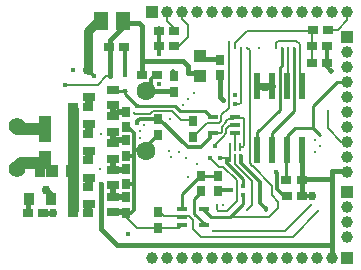
<source format=gtl>
%FSDAX25Y25*%
%MOIN*%
%SFA1B1*%

%IPPOS*%
%ADD10R,0.008660X0.027560*%
%ADD11R,0.027560X0.035430*%
%ADD12R,0.035430X0.027560*%
%ADD13R,0.036220X0.015750*%
%ADD14R,0.015750X0.015750*%
%ADD15R,0.033470X0.039370*%
%ADD16R,0.033470X0.039370*%
%ADD17R,0.015750X0.015750*%
%ADD18R,0.039370X0.027560*%
%ADD19R,0.043310X0.039370*%
%ADD20R,0.039370X0.043310*%
%ADD21R,0.039370X0.090550*%
%ADD22R,0.051180X0.059060*%
%ADD23R,0.023620X0.086610*%
%ADD24C,0.008000*%
%ADD25C,0.010000*%
%ADD26C,0.012000*%
%ADD27C,0.015000*%
%ADD28C,0.030000*%
%ADD29C,0.040000*%
%ADD30C,0.025000*%
%ADD31C,0.035430*%
%ADD32C,0.020000*%
%ADD33C,0.024000*%
%ADD34R,0.039370X0.039370*%
%ADD35C,0.039370*%
%ADD36R,0.039370X0.039370*%
%ADD37C,0.030000*%
%ADD38C,0.062990*%
%ADD39C,0.055000*%
%ADD40C,0.013000*%
%ADD41C,0.018000*%
%ADD42C,0.015000*%
%ADD43C,0.024000*%
%ADD44C,0.020000*%
%LNmoo1.1-1*%
%LPD*%
G54D10*
X0309075Y0365580D03*
X0307500D03*
X0305925D03*
Y0361821D03*
X0307500D03*
X0309075D03*
G54D11*
X0282000Y0338541D03*
Y0343659D03*
X0293500Y0368941D03*
Y0374059D03*
X0301800Y0350741D03*
X0296200Y0355859D03*
X0301800D03*
X0282000Y0369641D03*
Y0374759D03*
X0271100Y0372141D03*
Y0377259D03*
Y0362641D03*
Y0367759D03*
Y0343641D03*
Y0348759D03*
Y0353141D03*
Y0358259D03*
X0302400Y0389441D03*
Y0394559D03*
X0287200Y0389059D03*
Y0383941D03*
X0296200Y0350741D03*
G54D12*
X0324641Y0354600D03*
X0329759D03*
X0243559Y0343600D03*
X0238441D03*
X0338259Y0393600D03*
X0333141D03*
X0338259Y0399300D03*
X0333141D03*
X0287159Y0404200D03*
Y0399000D03*
X0281559Y0389500D03*
X0276441D03*
X0258559Y0378700D03*
X0253441D03*
X0258559Y0369800D03*
X0253441D03*
X0258559Y0361100D03*
X0253441D03*
X0258559Y0352200D03*
X0253441D03*
X0258559Y0343600D03*
X0253441D03*
X0282041Y0399000D03*
Y0404200D03*
X0333441Y0404500D03*
X0338559D03*
X0324741Y0349200D03*
X0329859D03*
X0265441Y0398700D03*
X0270559D03*
G54D13*
X0297240Y0344759D03*
X0289760D03*
Y0342200D03*
Y0339641D03*
X0297240D03*
X0307540Y0370241D03*
Y0372800D03*
X0300060Y0375359D03*
Y0370241D03*
X0307540Y0375359D03*
G54D14*
X0310068Y0349425D03*
Y0352575D03*
X0306132Y0351000D03*
X0307469Y0379725D03*
X0303532Y0381300D03*
X0307469Y0382875D03*
X0260488Y0389000D03*
X0266000D03*
G54D15*
X0242600Y0357524D03*
X0238860Y0348076D03*
G54D16*
X0246340Y0348076D03*
G54D17*
X0299225Y0361831D03*
X0275000Y0379112D03*
Y0373600D03*
X0271000Y0384000D03*
Y0389512D03*
X0300800Y0365769D03*
X0302375Y0361831D03*
G54D18*
X0258765Y0382000D03*
X0266835Y0384559D03*
Y0379441D03*
X0258765Y0373100D03*
X0266835Y0375659D03*
Y0370541D03*
X0258765Y0364200D03*
X0266835Y0366759D03*
Y0361641D03*
X0258765Y0355300D03*
X0266835Y0357859D03*
Y0352741D03*
X0258765Y0346400D03*
X0266835Y0348959D03*
Y0343841D03*
G54D19*
X0246354Y0357500D03*
X0253046D03*
G54D20*
X0244300Y0362291D03*
X0295700Y0395746D03*
Y0389054D03*
G54D21*
X0244300Y0371346D03*
G54D22*
X0270240Y0407500D03*
X0262760D03*
G54D23*
X0314950Y0385764D03*
X0319950D03*
X0324950D03*
X0329950D03*
X0314950Y0364586D03*
X0319950D03*
X0324950D03*
X0329950D03*
G54D24*
X0304900Y0344200D02*
X0308019Y0347319D01*
X0302000Y0344200D02*
X0304900D01*
X0301400Y0344800D02*
X0302000Y0344200D01*
X0296100Y0335600D02*
X0326700D01*
X0299225Y0361831D02*
X0302326Y0358731D01*
X0303634*
X0308019Y0354345*
Y0347319D02*
Y0354345D01*
X0301400Y0344800D02*
Y0346025D01*
X0311400Y0344600D02*
X0313100Y0346300D01*
Y0354063*
X0288800Y0338500D02*
X0290200Y0339900D01*
X0274900Y0338500D02*
X0288800D01*
X0270800Y0342600D02*
X0274900Y0338500D01*
X0326700Y0335600D02*
X0335300Y0344200D01*
X0293500Y0338200D02*
X0296100Y0335600D01*
X0293500Y0338200D02*
Y0341055D01*
X0292155Y0342400D02*
X0293500Y0341055D01*
X0283900Y0342400D02*
X0292155D01*
X0283200Y0343100D02*
X0283900Y0342400D01*
X0280166Y0377631D02*
X0286473D01*
X0279136Y0376600D02*
X0280166Y0377631D01*
X0274100Y0376600D02*
X0279136D01*
X0286473Y0377631D02*
X0289604Y0374500D01*
X0300200Y0337600D02*
X0324100D01*
X0332700Y0346200*
X0289900Y0408300D02*
Y0410500D01*
Y0408300D02*
X0292000Y0406200D01*
Y0402000D02*
Y0406200D01*
X0289000Y0399000D02*
X0292000Y0402000D01*
X0287159Y0399000D02*
X0289000D01*
X0284900Y0407500D02*
Y0410500D01*
Y0407500D02*
X0287159Y0405241D01*
Y0404200D02*
Y0405241D01*
X0333141Y0393600D02*
Y0404159D01*
D01*
X0311559D02*
X0333141D01*
X0307400Y0400000D02*
X0311559Y0404159D01*
X0307400Y0398600D02*
Y0400000D01*
X0329200Y0386514D02*
X0329950Y0385764D01*
X0329200Y0386514D02*
Y0399700D01*
X0328000Y0400900D02*
X0329200Y0399700D01*
X0322000Y0400900D02*
X0328000D01*
X0321200Y0400100D02*
X0322000Y0400900D01*
X0321200Y0398600D02*
Y0400100D01*
X0344900Y0407700D02*
Y0410500D01*
X0341700Y0404500D02*
X0344900Y0407700D01*
X0338559Y0404500D02*
X0341700D01*
X0264500Y0389000D02*
X0266000D01*
X0307500Y0359663D02*
Y0361821D01*
Y0359663D02*
X0313100Y0354063D01*
X0312400Y0360069D02*
Y0397800D01*
Y0360069D02*
X0313313Y0359156D01*
X0313345*
X0319869Y0352631*
X0305400Y0342200D02*
X0319000D01*
X0322000Y0345200*
X0311600Y0398600D02*
X0312400Y0397800D01*
X0319869Y0349366D02*
Y0352631D01*
X0310500Y0366000D02*
Y0375100D01*
X0310080Y0365580D02*
X0310500Y0366000D01*
X0309075Y0365580D02*
X0310080D01*
X0319869Y0349366D02*
X0322000Y0347236D01*
Y0345200D02*
Y0347236D01*
X0310400Y0375200D02*
X0310500Y0375100D01*
X0307699Y0375200D02*
X0310400D01*
X0305925Y0361821D02*
Y0365580D01*
X0302386Y0361821D02*
X0305925D01*
X0308925Y0379725D02*
X0309500Y0380300D01*
X0307668Y0379725D02*
X0308925D01*
X0250700Y0386200D02*
X0261700D01*
X0250600D02*
X0250700D01*
X0279100Y0363200D02*
Y0363400D01*
X0278200Y0363000D02*
X0278600Y0362600D01*
X0261700Y0386200D02*
X0264500Y0389000D01*
X0324950Y0385764D02*
X0325300Y0386114D01*
X0307540Y0375359D02*
X0307699Y0375200D01*
X0306869Y0374687D02*
X0307540Y0375359D01*
X0300800Y0365769D02*
Y0366183D01*
X0303358Y0368741*
X0303362*
X0273900Y0376800D02*
X0274100Y0376600D01*
X0305274Y0374687D02*
X0306869D01*
X0304629Y0374043D02*
X0305274Y0374687D01*
X0289604Y0374500D02*
X0294328D01*
X0293500Y0374059D02*
X0294087Y0373472D01*
X0304629Y0373653D02*
Y0374043D01*
X0300060Y0370241D02*
X0302741D01*
X0303362Y0368741D02*
X0304629Y0370008D01*
X0302741Y0370241D02*
X0303129Y0370629D01*
X0293500Y0368941D02*
X0298031Y0373472D01*
X0304629Y0370008D02*
Y0371484D01*
X0305945Y0372800*
X0307540*
X0303129Y0370629D02*
Y0372153D01*
X0304629Y0373653*
X0298031Y0373472D02*
X0302326D01*
X0302971Y0374116*
Y0376071*
X0325300Y0386114D02*
Y0398600D01*
X0309500Y0380300D02*
Y0398600D01*
X0302971Y0376071D02*
X0305500Y0378600D01*
Y0400400*
X0307500Y0365580D02*
Y0370201D01*
X0338400Y0371700D02*
Y0377500D01*
Y0371700D02*
X0343000Y0367100D01*
X0344900*
G54D25*
X0299400Y0342300D02*
X0305900D01*
X0310100Y0346500*
Y0349200*
X0296950Y0344750D02*
X0299400Y0342300D01*
X0293900Y0343200D02*
X0297350Y0339750D01*
X0293900Y0343200D02*
Y0348200D01*
X0296200Y0350500*
X0295859Y0355959D02*
X0301200D01*
X0289800Y0349900D02*
X0295859Y0355959D01*
X0289800Y0345500D02*
Y0349900D01*
X0275000Y0379300D02*
X0287400D01*
X0271000Y0383300D02*
X0275000Y0379300D01*
X0289200Y0377500D02*
X0297600D01*
X0287400Y0379300D02*
X0289200Y0377500D01*
X0304700Y0360200D02*
X0310068Y0354832D01*
Y0352575D02*
Y0354832D01*
X0324641Y0354600D02*
Y0364277D01*
X0267394Y0384000D02*
X0271300D01*
X0266835Y0384559D02*
X0267641D01*
X0266835D02*
X0267394Y0384000D01*
X0260488Y0389000D02*
Y0389112D01*
X0259100Y0390500D02*
X0260488Y0389112D01*
X0319950Y0364586D02*
Y0370050D01*
X0327331Y0377431*
X0314950Y0364586D02*
Y0370350D01*
X0322400Y0377800*
X0271000Y0383300D02*
Y0383900D01*
X0297600Y0377500D02*
X0299600Y0375500D01*
X0327331Y0377431D02*
Y0398569D01*
X0322400Y0377800D02*
Y0391800D01*
X0323300Y0392700*
Y0398600*
X0324950Y0364586D02*
Y0369250D01*
X0327650Y0371950*
X0333450*
X0335800Y0369600*
X0327650Y0371950D02*
X0333350D01*
X0333500Y0372100*
Y0379200*
X0341400Y0387100*
X0344900*
G54D26*
X0338259Y0392041D02*
Y0393600D01*
X0272000Y0372100D02*
X0273900Y0370200D01*
Y0344600D02*
Y0370200D01*
X0275700Y0374900D02*
X0279500D01*
X0275000Y0374200D02*
X0275700Y0374900D01*
X0275000Y0373500D02*
Y0374200D01*
X0299300Y0368500D02*
Y0369900D01*
X0296200Y0365400D02*
X0299300Y0368500D01*
X0291700Y0365400D02*
X0296200D01*
X0281800Y0375300D02*
X0291700Y0365400D01*
X0281800Y0375300D02*
Y0375559D01*
X0282141Y0399000D02*
Y0405000D01*
Y0396400D02*
Y0399000D01*
X0271141Y0372100D02*
X0272000D01*
X0272941Y0343641D02*
X0273900Y0344600D01*
X0271100Y0343641D02*
X0272941D01*
X0271100Y0372141D02*
X0271141Y0372100D01*
X0279300Y0366800D02*
X0281500Y0369000D01*
X0304700Y0360200D02*
Y0361400D01*
X0309600Y0360000D02*
Y0362600D01*
Y0360000D02*
X0315800Y0353800D01*
Y0346800D02*
Y0353800D01*
X0329859Y0349200D02*
X0333200D01*
X0315800Y0346800D02*
X0317800Y0344800D01*
X0321569Y0351431D02*
X0323800Y0349200D01*
X0321569Y0351431D02*
Y0356831D01*
X0323800Y0349200D02*
X0324741D01*
X0321100Y0357300D02*
X0321569Y0356831D01*
X0286700Y0389559D02*
Y0390900D01*
X0270959Y0389553D02*
Y0398700D01*
X0302375Y0361831D02*
X0302386Y0361821D01*
X0281300Y0389200D02*
Y0390000D01*
X0281400Y0389500D02*
Y0390000D01*
X0279600Y0385300D02*
Y0388000D01*
X0281300Y0389700*
X0281400Y0389100D02*
Y0389200D01*
X0277900Y0386000D02*
X0278300D01*
X0274200Y0364341D02*
X0276959D01*
X0273859Y0362641D02*
X0273900Y0362600D01*
X0266835Y0384559D02*
X0266976Y0384700D01*
X0266900Y0384800D02*
X0267400Y0385300D01*
X0266341Y0384559D02*
X0266835D01*
X0267000D01*
X0271100Y0353141D02*
X0273859D01*
X0271100Y0362641D02*
X0273859D01*
X0279300Y0365200D02*
Y0366800D01*
X0279500Y0374900D02*
X0282000D01*
X0338259Y0393600D02*
Y0399300D01*
X0302059Y0351000D02*
X0305700D01*
X0338259Y0392041D02*
X0339500Y0390800D01*
G54D27*
X0344900Y0357600D02*
X0345350Y0357150D01*
X0339900Y0357600D02*
X0344900D01*
X0276400Y0394100D02*
X0290200D01*
X0291800Y0390300D02*
X0294454D01*
X0291800D02*
Y0392500D01*
X0290200Y0394100D02*
X0291800Y0392500D01*
X0276400Y0394100D02*
Y0405800D01*
X0265841Y0401241D02*
X0266000Y0389000D01*
X0265841Y0401241D02*
X0270240Y0405640D01*
Y0407500*
X0329800Y0349100D02*
Y0363700D01*
X0339900Y0332900D02*
Y0357600D01*
X0270900Y0406800D02*
X0275400D01*
X0276400Y0405800*
X0329700Y0354900D02*
X0339900D01*
X0262700Y0338300D02*
Y0353200D01*
Y0338300D02*
X0268100Y0332900D01*
X0339900*
X0279700Y0384000D02*
X0287000D01*
X0247100Y0343500D02*
X0247200Y0343600D01*
X0244400Y0343500D02*
X0247100D01*
X0238441Y0343600D02*
Y0347141D01*
X0276400Y0390200D02*
Y0393800D01*
X0339900Y0328681D02*
Y0332900D01*
X0302359Y0394800D02*
X0302600Y0394559D01*
X0296646Y0394800D02*
X0302359D01*
X0302600Y0382231D02*
X0303532Y0381300D01*
X0302600Y0382231D02*
Y0389441D01*
G54D28*
X0258400Y0404100D02*
X0261600Y0407300D01*
X0258400Y0391000D02*
Y0404100D01*
G54D29*
X0234900Y0371600D02*
X0243800D01*
X0236200Y0360000D02*
X0244200D01*
X0234900Y0358700D02*
X0236200Y0360000D01*
G54D30*
X0258600Y0379100D02*
X0258700Y0379200D01*
Y0381900*
X0258800Y0370200D02*
Y0372700D01*
Y0370200D02*
X0259000Y0370000D01*
X0258500Y0363900D02*
X0258700Y0363700D01*
Y0361200D02*
Y0363700D01*
Y0352100D02*
Y0354900D01*
X0258600Y0355000D02*
X0258700Y0354900D01*
X0258500Y0343600D02*
Y0346400D01*
G54D31*
X0253500Y0344459D02*
Y0378100D01*
G54D32*
X0266835Y0348959D02*
X0270900D01*
X0271100Y0348759*
X0266835Y0348959D02*
Y0352741D01*
Y0357859D02*
X0270700D01*
X0271100Y0358259*
X0266835Y0357859D02*
Y0361641D01*
X0267835Y0367759D02*
X0271100D01*
X0266835Y0366759D02*
X0267835Y0367759D01*
X0266835Y0366759D02*
Y0370541D01*
X0268435Y0377259D02*
X0271100D01*
X0266835Y0375659D02*
X0268435Y0377259D01*
X0266835Y0375659D02*
Y0379441D01*
X0266635Y0343800D02*
X0270700D01*
X0244600Y0351000D02*
Y0351400D01*
X0244400Y0351200D02*
X0246600Y0349000D01*
X0244400Y0351200D02*
Y0351300D01*
G54D33*
X0314950Y0385764D02*
X0319950D01*
G54D34*
X0344900Y0402100D03*
Y0350600D03*
G54D35*
X0344900Y0397100D03*
Y0392100D03*
Y0387100D03*
Y0382100D03*
Y0377100D03*
Y0372100D03*
Y0367100D03*
Y0362100D03*
Y0357100D03*
Y0345600D03*
Y0340600D03*
Y0335600D03*
X0279900Y0328600D03*
X0284900D03*
X0289900D03*
X0294900D03*
X0299900D03*
X0304900D03*
X0309900D03*
X0314900D03*
X0319900D03*
X0324900D03*
X0329900D03*
X0334900D03*
X0339900D03*
X0284900Y0410500D03*
X0289900D03*
X0294900D03*
X0299900D03*
X0304900D03*
X0309900D03*
X0314900D03*
X0319900D03*
X0324900D03*
X0329900D03*
X0334900D03*
X0339900D03*
X0344900D03*
G54D36*
X0344900Y0328600D03*
X0279900Y0410500D03*
G54D37*
X0244500Y0351200D03*
X0247000Y0343600D03*
X0333200Y0349200D03*
X0317600Y0385600D03*
X0258300Y0391000D03*
G54D38*
X0277800Y0364061D03*
Y0384139D03*
G54D39*
X0234800Y0372371D03*
Y0358229D03*
G54D40*
X0303600Y0346300D03*
X0300200Y0337600D03*
X0301400Y0346100D03*
X0311400Y0344600D03*
X0294800Y0359800D03*
X0286300Y0362200D03*
X0291700Y0355400D03*
X0285400Y0364300D03*
X0288900Y0363800D03*
X0291300Y0361700D03*
X0275900Y0368600D03*
X0277200Y0372800D03*
X0273900Y0376800D03*
X0335700Y0365700D03*
X0286000Y0374900D03*
X0290200Y0379500D03*
X0315500Y0398500D03*
X0269300Y0398000D03*
X0286700Y0390900D03*
X0334100Y0363700D03*
X0304700Y0360200D03*
X0311600Y0398600D03*
X0275800Y0370800D03*
X0262900Y0369700D03*
X0262600Y0358000D03*
X0323300Y0398600D03*
X0321200D03*
X0325300D03*
X0292000Y0381400D03*
X0335300Y0344200D03*
X0332700Y0346200D03*
X0294000Y0383500D03*
X0307500Y0382900D03*
X0309500Y0398600D03*
X0327300D03*
X0307400D03*
X0305500Y0400400D03*
X0335700Y0369700D03*
X0338400Y0377500D03*
X0334200Y0367800D03*
G54D41*
X0317800Y0344800D03*
G54D42*
X0282100Y0396600D03*
X0271700Y0336400D03*
X0321100Y0357300D03*
X0276400Y0393100D03*
X0297400Y0339600D03*
X0262700Y0353200D03*
X0250700Y0386200D03*
X0253500Y0391300D03*
X0282100Y0386500D03*
G54D43*
X0266400Y0344300D03*
G54D44*
X0339500Y0390800D03*
M02*
</source>
